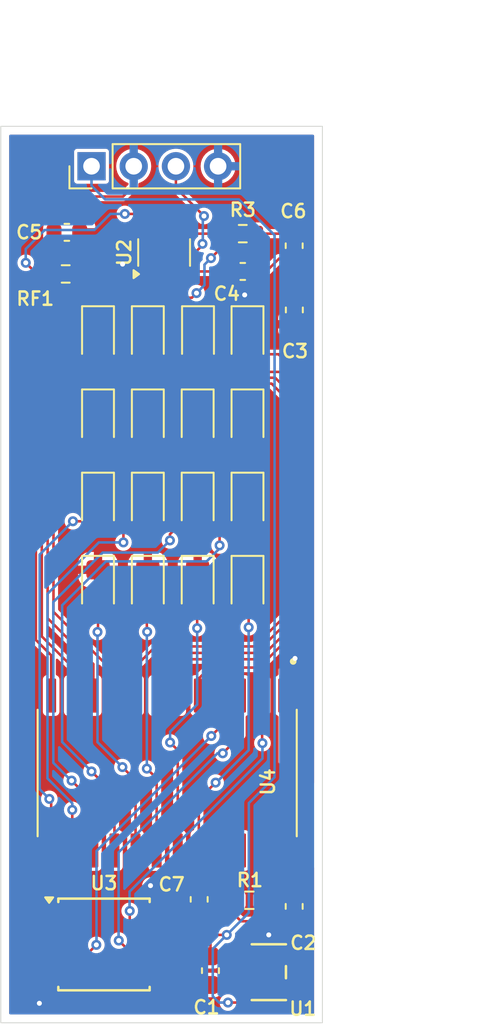
<source format=kicad_pcb>
(kicad_pcb (version 20240108) (generator "pcbnew") (generator_version "8.0")
  (layers (0 "F.Cu" signal) (31 "B.Cu" signal) (34 "B.Paste" user) (35 "F.Paste" user) (36 "B.SilkS" user "B.Silkscreen") (37 "F.SilkS" user "F.Silkscreen") (38 "B.Mask" user) (39 "F.Mask" user) (44 "Edge.Cuts" user))
  (net 0 "")
  (net 1 "L1")
  (net 2 "L2")
  (net 3 "L3")
  (net 4 "L4")
  (net 5 "L5")
  (net 6 "L6")
  (net 7 "L7")
  (net 8 "L8")
  (net 9 "L9")
  (net 10 "L10")
  (net 11 "L11")
  (net 12 "L12")
  (net 13 "L13")
  (net 14 "L14")
  (net 15 "L15")
  (net 16 "L16")
  (net 17 "VCC")
  (net 18 "DATA")
  (net 19 "CLK")
  (net 20 "VDD_3.3V")
  (net 23 "OE")
  (net 24 "LE")
  (net 25 "Net-(U4-R-EXT)")
  (net 27 "BPW34_1")
  (net 28 "BPW34_OUT")
  (net 29 "Net-(R3-Pad1)")
  (net 30 "GND")
  (footprint "Resistor_SMD:R_0603_1608Metric_Pad0.98x0.95mm_HandSolder" (layer "F.Cu") (at 209.1125 103.83)
    (property "Reference" "R1" (at 0.0275 -1.21 0) (layer "F.SilkS") (effects (font (size 0.8 0.8))))
    (property "Value" "R")
    (pad "1" smd roundrect (at -0.9125 0) (size 0.975 0.95) (layers "F.Cu" "F.Paste" "F.Mask") (net 30 "GND"))
    (pad "2" smd roundrect (at 0.9125 0) (size 0.975 0.95) (layers "F.Cu" "F.Paste" "F.Mask") (net 25 "Net-(U4-R-EXT)"))
  )
  (footprint "Capacitor_SMD:C_0603_1608Metric_Pad1.08x0.95mm_HandSolder" (layer "F.Cu") (at 211.81 104.1975 90)
    (property "Reference" "C2" (at -2.1925 0.55 180) (layer "F.SilkS") (effects (font (size 0.8 0.8))))
    (property "Value" "1uF")
    (pad "1" smd roundrect (at -0.8625 0 90) (size 1.075 0.95) (layers "F.Cu" "F.Paste" "F.Mask") (net 20 "VDD_3.3V"))
    (pad "2" smd roundrect (at 0.8625 0 90) (size 1.075 0.95) (layers "F.Cu" "F.Paste" "F.Mask") (net 30 "GND"))
  )
  (footprint "Connector_PinHeader_2.54mm:PinHeader_1x04_P2.54mm_Vertical" (layer "F.Cu") (at 199.61 59.73 90)
    (property "Reference" "J3" (hide yes))
    (property "Value" "Conn_01x04_Pin")
    (pad "1" thru_hole rect (at 0 0 90) (size 1.7 1.7) (drill 1) (layers "*.Cu" "*.Mask") (net 17 "VCC"))
    (pad "2" thru_hole oval (at 0 2.54 90) (size 1.7 1.7) (drill 1) (layers "*.Cu" "*.Mask") (net 30 "GND"))
    (pad "3" thru_hole oval (at 0 5.08 90) (size 1.7 1.7) (drill 1) (layers "*.Cu" "*.Mask") (net 27 "BPW34_1"))
    (pad "4" thru_hole oval (at 0 7.62 90) (size 1.7 1.7) (drill 1) (layers "*.Cu" "*.Mask") (net 30 "GND"))
  )
  (footprint "Package_TO_SOT_SMD:SOT-23-5" (layer "F.Cu") (at 203.98 64.9125 90)
    (property "Reference" "U2" (at 0 -2.4 -90) (layer "F.SilkS") (effects (font (size 0.8 0.8))))
    (property "Value" "LM321")
    (pad "1" smd roundrect (at -1.1375 -0.95 90) (size 1.325 0.6) (layers "F.Cu" "F.Paste" "F.Mask") (net 30 "GND"))
    (pad "2" smd roundrect (at -1.1375 0 90) (size 1.325 0.6) (layers "F.Cu" "F.Paste" "F.Mask") (net 30 "GND"))
    (pad "3" smd roundrect (at -1.1375 0.95 90) (size 1.325 0.6) (layers "F.Cu" "F.Paste" "F.Mask") (net 27 "BPW34_1"))
    (pad "4" smd roundrect (at 1.1375 0.95 90) (size 1.325 0.6) (layers "F.Cu" "F.Paste" "F.Mask") (net 29 "Net-(R3-Pad1)"))
    (pad "5" smd roundrect (at 1.1375 -0.95 90) (size 1.325 0.6) (layers "F.Cu" "F.Paste" "F.Mask") (net 20 "VDD_3.3V"))
  )
  (footprint "LED_SMD:LED_0805_2012Metric_Pad1.15x1.40mm_HandSolder" (layer "F.Cu") (at 209 75 -90)
    (property "Reference" "D5" (hide yes))
    (property "Value" "LED")
    (pad "1" smd roundrect (at -1.025 0 270) (size 1.15 1.4) (layers "F.Cu" "F.Paste" "F.Mask") (roundrect_rratio 0.217391) (net 20 "VDD_3.3V"))
    (pad "2" smd roundrect (at 1.025 0 270) (size 1.15 1.4) (layers "F.Cu" "F.Paste" "F.Mask") (roundrect_rratio 0.217391) (net 5 "L5"))
  )
  (footprint "Resistor_SMD:R_0603_1608Metric" (layer "F.Cu") (at 208.715 63.78)
    (property "Reference" "R3" (at 0 -1.43 0) (layer "F.SilkS") (effects (font (size 0.8 0.8))))
    (property "Value" "R")
    (pad "1" smd roundrect (at -0.825 0) (size 0.8 0.95) (layers "F.Cu" "F.Paste" "F.Mask") (net 29 "Net-(R3-Pad1)"))
    (pad "2" smd roundrect (at 0.825 0) (size 0.8 0.95) (layers "F.Cu" "F.Paste" "F.Mask") (net 28 "BPW34_OUT"))
  )
  (footprint "LED_SMD:LED_0805_2012Metric_Pad1.15x1.40mm_HandSolder" (layer "F.Cu") (at 203 85 -90)
    (property "Reference" "D14" (hide yes))
    (property "Value" "LED")
    (pad "1" smd roundrect (at -1.025 0 270) (size 1.15 1.4) (layers "F.Cu" "F.Paste" "F.Mask") (roundrect_rratio 0.217391) (net 20 "VDD_3.3V"))
    (pad "2" smd roundrect (at 1.025 0 270) (size 1.15 1.4) (layers "F.Cu" "F.Paste" "F.Mask") (roundrect_rratio 0.217391) (net 14 "L14"))
  )
  (footprint "LED_SMD:LED_0805_2012Metric_Pad1.15x1.40mm_HandSolder" (layer "F.Cu") (at 206 75 -90)
    (property "Reference" "D6" (hide yes))
    (property "Value" "LED")
    (pad "1" smd roundrect (at -1.025 0 270) (size 1.15 1.4) (layers "F.Cu" "F.Paste" "F.Mask") (roundrect_rratio 0.217391) (net 20 "VDD_3.3V"))
    (pad "2" smd roundrect (at 1.025 0 270) (size 1.15 1.4) (layers "F.Cu" "F.Paste" "F.Mask") (roundrect_rratio 0.217391) (net 6 "L6"))
  )
  (footprint "LED_SMD:LED_0805_2012Metric_Pad1.15x1.40mm_HandSolder" (layer "F.Cu") (at 200 75 -90)
    (property "Reference" "D8" (hide yes))
    (property "Value" "LED")
    (pad "1" smd roundrect (at -1.025 0 270) (size 1.15 1.4) (layers "F.Cu" "F.Paste" "F.Mask") (roundrect_rratio 0.217391) (net 20 "VDD_3.3V"))
    (pad "2" smd roundrect (at 1.025 0 270) (size 1.15 1.4) (layers "F.Cu" "F.Paste" "F.Mask") (roundrect_rratio 0.217391) (net 8 "L8"))
  )
  (footprint "LED_SMD:LED_0805_2012Metric_Pad1.15x1.40mm_HandSolder" (layer "F.Cu") (at 203 70 -90)
    (property "Reference" "D3" (hide yes))
    (property "Value" "LED")
    (pad "1" smd roundrect (at -1.025 0 270) (size 1.15 1.4) (layers "F.Cu" "F.Paste" "F.Mask") (roundrect_rratio 0.217391) (net 20 "VDD_3.3V"))
    (pad "2" smd roundrect (at 1.025 0 270) (size 1.15 1.4) (layers "F.Cu" "F.Paste" "F.Mask") (roundrect_rratio 0.217391) (net 3 "L3"))
  )
  (footprint "Capacitor_SMD:C_0603_1608Metric" (layer "F.Cu") (at 208.715 66.05 180)
    (property "Reference" "C4" (at 0.965 -1.34 180) (layer "F.SilkS") (effects (font (size 0.8 0.8))))
    (property "Value" "0.1uF")
    (pad "1" smd roundrect (at -0.775 0 180) (size 0.9 0.95) (layers "F.Cu" "F.Paste" "F.Mask") (net 30 "GND"))
    (pad "2" smd roundrect (at 0.775 0 180) (size 0.9 0.95) (layers "F.Cu" "F.Paste" "F.Mask") (net 27 "BPW34_1"))
  )
  (footprint "LED_SMD:LED_0805_2012Metric_Pad1.15x1.40mm_HandSolder" (layer "F.Cu") (at 206.02 70 -90)
    (property "Reference" "D2" (hide yes))
    (property "Value" "LED")
    (pad "1" smd roundrect (at -1.025 0 270) (size 1.15 1.4) (layers "F.Cu" "F.Paste" "F.Mask") (roundrect_rratio 0.217391) (net 20 "VDD_3.3V"))
    (pad "2" smd roundrect (at 1.025 0 270) (size 1.15 1.4) (layers "F.Cu" "F.Paste" "F.Mask") (roundrect_rratio 0.217391) (net 2 "L2"))
  )
  (footprint "MIC5504:SOT-23-5_MC_MCH" (layer "F.Cu") (at 210.2854 108.150001)
    (property "Reference" "U1" (at 2.0446 2.199999 0) (layer "F.SilkS") (effects (font (size 0.8 0.8))))
    (property "Value" "MIC5504")
    (pad "1" smd rect (at -1.2954 -0.950001) (size 1.3208 0.508) (layers "F.Cu" "F.Paste" "F.Mask") (net 17 "VCC"))
    (pad "2" smd rect (at -1.2954 0) (size 1.3208 0.508) (layers "F.Cu" "F.Paste" "F.Mask") (net 30 "GND"))
    (pad "3" smd rect (at -1.2954 0.950001) (size 1.3208 0.508) (layers "F.Cu" "F.Paste" "F.Mask") (net 17 "VCC"))
    (pad "4" smd rect (at 1.2954 0.950001) (size 1.3208 0.508) (layers "F.Cu" "F.Paste" "F.Mask"))
    (pad "5" smd rect (at 1.2954 -0.950001) (size 1.3208 0.508) (layers "F.Cu" "F.Paste" "F.Mask") (net 20 "VDD_3.3V"))
  )
  (footprint "Capacitor_SMD:C_0603_1608Metric_Pad1.08x0.95mm_HandSolder" (layer "F.Cu") (at 206.77 108.0575 -90)
    (property "Reference" "C1" (at 2.2025 0.24 0) (layer "F.SilkS") (effects (font (size 0.8 0.8))))
    (property "Value" "1uF")
    (pad "1" smd roundrect (at -0.8625 0 270) (size 1.075 0.95) (layers "F.Cu" "F.Paste" "F.Mask") (net 17 "VCC"))
    (pad "2" smd roundrect (at 0.8625 0 270) (size 1.075 0.95) (layers "F.Cu" "F.Paste" "F.Mask") (net 30 "GND"))
  )
  (footprint "LED_SMD:LED_0805_2012Metric_Pad1.15x1.40mm_HandSolder" (layer "F.Cu") (at 206 80 -90)
    (property "Reference" "D11" (hide yes))
    (property "Value" "LED")
    (pad "1" smd roundrect (at -1.025 0 270) (size 1.15 1.4) (layers "F.Cu" "F.Paste" "F.Mask") (roundrect_rratio 0.217391) (net 20 "VDD_3.3V"))
    (pad "2" smd roundrect (at 1.025 0 270) (size 1.15 1.4) (layers "F.Cu" "F.Paste" "F.Mask") (roundrect_rratio 0.217391) (net 11 "L11"))
  )
  (footprint "STP16CP05MTR:SOIC127P1032X265-24N" (layer "F.Cu") (at 204.165 96.185 -90)
    (property "Reference" "U4" (at 0.535 -6.065 90) (layer "F.SilkS") (effects (font (size 0.8 0.8))))
    (property "Value" "STP16CP05MTR")
    (pad "1" smd roundrect (at -4.655 -6.985 270) (size 2.05 0.6) (layers "F.Cu" "F.Paste" "F.Mask") (roundrect_rratio 0.125) (net 30 "GND"))
    (pad "2" smd roundrect (at -4.655 -5.715 270) (size 2.05 0.6) (layers "F.Cu" "F.Paste" "F.Mask") (roundrect_rratio 0.125) (net 18 "DATA"))
    (pad "3" smd roundrect (at -4.655 -4.445 270) (size 2.05 0.6) (layers "F.Cu" "F.Paste" "F.Mask") (roundrect_rratio 0.125) (net 19 "CLK"))
    (pad "4" smd roundrect (at -4.655 -3.175 270) (size 2.05 0.6) (layers "F.Cu" "F.Paste" "F.Mask") (roundrect_rratio 0.125) (net 24 "LE"))
    (pad "5" smd roundrect (at -4.655 -1.905 270) (size 2.05 0.6) (layers "F.Cu" "F.Paste" "F.Mask") (roundrect_rratio 0.125) (net 1 "L1"))
    (pad "6" smd roundrect (at -4.655 -0.635 270) (size 2.05 0.6) (layers "F.Cu" "F.Paste" "F.Mask") (roundrect_rratio 0.125) (net 2 "L2"))
    (pad "7" smd roundrect (at -4.655 0.635 270) (size 2.05 0.6) (layers "F.Cu" "F.Paste" "F.Mask") (roundrect_rratio 0.125) (net 3 "L3"))
    (pad "8" smd roundrect (at -4.655 1.905 270) (size 2.05 0.6) (layers "F.Cu" "F.Paste" "F.Mask") (roundrect_rratio 0.125) (net 4 "L4"))
    (pad "9" smd roundrect (at -4.655 3.175 270) (size 2.05 0.6) (layers "F.Cu" "F.Paste" "F.Mask") (roundrect_rratio 0.125) (net 5 "L5"))
    (pad "10" smd roundrect (at -4.655 4.445 270) (size 2.05 0.6) (layers "F.Cu" "F.Paste" "F.Mask") (roundrect_rratio 0.125) (net 6 "L6"))
    (pad "11" smd roundrect (at -4.655 5.715 270) (size 2.05 0.6) (layers "F.Cu" "F.Paste" "F.Mask") (roundrect_rratio 0.125) (net 7 "L7"))
    (pad "12" smd roundrect (at -4.655 6.985 270) (size 2.05 0.6) (layers "F.Cu" "F.Paste" "F.Mask") (roundrect_rratio 0.125) (net 8 "L8"))
    (pad "13" smd roundrect (at 4.655 6.985 270) (size 2.05 0.6) (layers "F.Cu" "F.Paste" "F.Mask") (roundrect_rratio 0.125) (net 9 "L9"))
    (pad "14" smd roundrect (at 4.655 5.715 270) (size 2.05 0.6) (layers "F.Cu" "F.Paste" "F.Mask") (roundrect_rratio 0.125) (net 10 "L10"))
    (pad "15" smd roundrect (at 4.655 4.445 270) (size 2.05 0.6) (layers "F.Cu" "F.Paste" "F.Mask") (roundrect_rratio 0.125) (net 11 "L11"))
    (pad "16" smd roundrect (at 4.655 3.175 270) (size 2.05 0.6) (layers "F.Cu" "F.Paste" "F.Mask") (roundrect_rratio 0.125) (net 12 "L12"))
    (pad "17" smd roundrect (at 4.655 1.905 270) (size 2.05 0.6) (layers "F.Cu" "F.Paste" "F.Mask") (roundrect_rratio 0.125) (net 13 "L13"))
    (pad "18" smd roundrect (at 4.655 0.635 270) (size 2.05 0.6) (layers "F.Cu" "F.Paste" "F.Mask") (roundrect_rratio 0.125) (net 14 "L14"))
    (pad "19" smd roundrect (at 4.655 -0.635 270) (size 2.05 0.6) (layers "F.Cu" "F.Paste" "F.Mask") (roundrect_rratio 0.125) (net 15 "L15"))
    (pad "20" smd roundrect (at 4.655 -1.905 270) (size 2.05 0.6) (layers "F.Cu" "F.Paste" "F.Mask") (roundrect_rratio 0.125) (net 16 "L16"))
    (pad "21" smd roundrect (at 4.655 -3.175 270) (size 2.05 0.6) (layers "F.Cu" "F.Paste" "F.Mask") (roundrect_rratio 0.125) (net 23 "OE"))
    (pad "22" smd roundrect (at 4.655 -4.445 270) (size 2.05 0.6) (layers "F.Cu" "F.Paste" "F.Mask") (roundrect_rratio 0.125))
    (pad "23" smd roundrect (at 4.655 -5.715 270) (size 2.05 0.6) (layers "F.Cu" "F.Paste" "F.Mask") (roundrect_rratio 0.125) (net 25 "Net-(U4-R-EXT)"))
    (pad "24" smd roundrect (at 4.655 -6.985 270) (size 2.05 0.6) (layers "F.Cu" "F.Paste" "F.Mask") (roundrect_rratio 0.125) (net 20 "VDD_3.3V"))
  )
  (footprint "LED_SMD:LED_0805_2012Metric_Pad1.15x1.40mm_HandSolder" (layer "F.Cu") (at 200 85 -90)
    (property "Reference" "D13" (hide yes))
    (property "Value" "LED")
    (pad "1" smd roundrect (at -1.025 0 270) (size 1.15 1.4) (layers "F.Cu" "F.Paste" "F.Mask") (roundrect_rratio 0.217391) (net 20 "VDD_3.3V"))
    (pad "2" smd roundrect (at 1.025 0 270) (size 1.15 1.4) (layers "F.Cu" "F.Paste" "F.Mask") (roundrect_rratio 0.217391) (net 13 "L13"))
  )
  (footprint "LED_SMD:LED_0805_2012Metric_Pad1.15x1.40mm_HandSolder" (layer "F.Cu") (at 200 80 -90)
    (property "Reference" "D9" (hide yes))
    (property "Value" "LED")
    (pad "1" smd roundrect (at -1.025 0 270) (size 1.15 1.4) (layers "F.Cu" "F.Paste" "F.Mask") (roundrect_rratio 0.217391) (net 20 "VDD_3.3V"))
    (pad "2" smd roundrect (at 1.025 0 270) (size 1.15 1.4) (layers "F.Cu" "F.Paste" "F.Mask") (roundrect_rratio 0.217391) (net 9 "L9"))
  )
  (footprint "LED_SMD:LED_0805_2012Metric_Pad1.15x1.40mm_HandSolder" (layer "F.Cu") (at 209 85 -90)
    (property "Reference" "D16" (hide yes))
    (property "Value" "LED")
    (pad "1" smd roundrect (at -1.025 0 270) (size 1.15 1.4) (layers "F.Cu" "F.Paste" "F.Mask") (roundrect_rratio 0.217391) (net 20 "VDD_3.3V"))
    (pad "2" smd roundrect (at 1.025 0 270) (size 1.15 1.4) (layers "F.Cu" "F.Paste" "F.Mask") (roundrect_rratio 0.217391) (net 16 "L16"))
  )
  (footprint "Capacitor_SMD:C_0603_1608Metric" (layer "F.Cu") (at 206.09 103.775 90)
    (property "Reference" "C7" (at 0.895 -1.66 0) (layer "F.SilkS") (effects (font (size 0.8 0.8))))
    (property "Value" "1uF")
    (pad "1" smd roundrect (at -0.775 0 90) (size 0.9 0.95) (layers "F.Cu" "F.Paste" "F.Mask") (net 20 "VDD_3.3V"))
    (pad "2" smd roundrect (at 0.775 0 90) (size 0.9 0.95) (layers "F.Cu" "F.Paste" "F.Mask") (net 30 "GND"))
  )
  (footprint "LED_SMD:LED_0805_2012Metric_Pad1.15x1.40mm_HandSolder" (layer "F.Cu") (at 209 70 -90)
    (property "Reference" "D1" (hide yes))
    (property "Value" "LED")
    (pad "1" smd roundrect (at -1.025 0 270) (size 1.15 1.4) (layers "F.Cu" "F.Paste" "F.Mask") (roundrect_rratio 0.217391) (net 20 "VDD_3.3V"))
    (pad "2" smd roundrect (at 1.025 0 270) (size 1.15 1.4) (layers "F.Cu" "F.Paste" "F.Mask") (roundrect_rratio 0.217391) (net 1 "L1"))
  )
  (footprint "Capacitor_SMD:C_0603_1608Metric" (layer "F.Cu") (at 198.125 63.7 180)
    (property "Reference" "C5" (at 2.265 0 180) (layer "F.SilkS") (effects (font (size 0.8 0.8))))
    (property "Value" "1uF")
    (pad "1" smd roundrect (at -0.775 0 180) (size 0.9 0.95) (layers "F.Cu" "F.Paste" "F.Mask") (net 20 "VDD_3.3V"))
    (pad "2" smd roundrect (at 0.775 0 180) (size 0.9 0.95) (layers "F.Cu" "F.Paste" "F.Mask") (net 30 "GND"))
  )
  (footprint "LED_SMD:LED_0805_2012Metric_Pad1.15x1.40mm_HandSolder" (layer "F.Cu") (at 203 80 -90)
    (property "Reference" "D10" (hide yes))
    (property "Value" "LED")
    (pad "1" smd roundrect (at -1.025 0 270) (size 1.15 1.4) (layers "F.Cu" "F.Paste" "F.Mask") (roundrect_rratio 0.217391) (net 20 "VDD_3.3V"))
    (pad "2" smd roundrect (at 1.025 0 270) (size 1.15 1.4) (layers "F.Cu" "F.Paste" "F.Mask") (roundrect_rratio 0.217391) (net 10 "L10"))
  )
  (footprint "Resistor_SMD:R_0603_1608Metric" (layer "F.Cu") (at 198.055 66.2 180)
    (property "Reference" "RF1" (at 1.835 -1.49 180) (layer "F.SilkS") (effects (font (size 0.8 0.8))))
    (property "Value" "R")
    (pad "1" smd roundrect (at -0.825 0 180) (size 0.8 0.95) (layers "F.Cu" "F.Paste" "F.Mask") (net 27 "BPW34_1"))
    (pad "2" smd roundrect (at 0.825 0 180) (size 0.8 0.95) (layers "F.Cu" "F.Paste" "F.Mask") (net 29 "Net-(R3-Pad1)"))
  )
  (footprint "Capacitor_SMD:C_0603_1608Metric_Pad1.08x0.95mm_HandSolder" (layer "F.Cu") (at 211.82 68.3625 90)
    (property "Reference" "C3" (at -2.4775 0.04 0) (layer "F.SilkS") (effects (font (size 0.8 0.8))))
    (property "Value" "10uF")
    (pad "1" smd roundrect (at -0.8625 0 90) (size 1.075 0.95) (layers "F.Cu" "F.Paste" "F.Mask") (net 20 "VDD_3.3V"))
    (pad "2" smd roundrect (at 0.8625 0 90) (size 1.075 0.95) (layers "F.Cu" "F.Paste" "F.Mask") (net 30 "GND"))
  )
  (footprint "Package_SO:SOIC-8W_5.3x5.3mm_P1.27mm" (layer "F.Cu") (at 200.36 106.485)
    (property "Reference" "U3" (at 0 -3.68 0) (layer "F.SilkS") (effects (font (size 0.8 0.8))))
    (property "Value" "ATtiny85")
    (pad "1" smd rect (at -3.65 -1.905) (size 1.7 0.65) (layers "F.Cu" "F.Paste" "F.Mask"))
    (pad "2" smd rect (at -3.65 -0.635) (size 1.7 0.65) (layers "F.Cu" "F.Paste" "F.Mask") (net 28 "BPW34_OUT"))
    (pad "3" smd rect (at -3.65 0.635) (size 1.7 0.65) (layers "F.Cu" "F.Paste" "F.Mask") (net 24 "LE"))
    (pad "4" smd rect (at -3.65 1.905) (size 1.7 0.65) (layers "F.Cu" "F.Paste" "F.Mask") (net 30 "GND"))
    (pad "5" smd rect (at 3.65 1.905) (size 1.7 0.65) (layers "F.Cu" "F.Paste" "F.Mask") (net 23 "OE"))
    (pad "6" smd rect (at 3.65 0.635) (size 1.7 0.65) (layers "F.Cu" "F.Paste" "F.Mask") (net 19 "CLK"))
    (pad "7" smd rect (at 3.65 -0.635) (size 1.7 0.65) (layers "F.Cu" "F.Paste" "F.Mask") (net 18 "DATA"))
    (pad "8" smd rect (at 3.65 -1.905) (size 1.7 0.65) (layers "F.Cu" "F.Paste" "F.Mask") (net 20 "VDD_3.3V"))
  )
  (footprint "LED_SMD:LED_0805_2012Metric_Pad1.15x1.40mm_HandSolder" (layer "F.Cu") (at 206 85 -90)
    (property "Reference" "D15" (hide yes))
    (property "Value" "LED")
    (pad "1" smd roundrect (at -1.025 0 270) (size 1.15 1.4) (layers "F.Cu" "F.Paste" "F.Mask") (roundrect_rratio 0.217391) (net 20 "VDD_3.3V"))
    (pad "2" smd roundrect (at 1.025 0 270) (size 1.15 1.4) (layers "F.Cu" "F.Paste" "F.Mask") (roundrect_rratio 0.217391) (net 15 "L15"))
  )
  (footprint "LED_SMD:LED_0805_2012Metric_Pad1.15x1.40mm_HandSolder" (layer "F.Cu") (at 203 75 -90)
    (property "Reference" "D7" (hide yes))
    (property "Value" "LED")
    (pad "1" smd roundrect (at -1.025 0 270) (size 1.15 1.4) (layers "F.Cu" "F.Paste" "F.Mask") (roundrect_rratio 0.217391) (net 20 "VDD_3.3V"))
    (pad "2" smd roundrect (at 1.025 0 270) (size 1.15 1.4) (layers "F.Cu" "F.Paste" "F.Mask") (roundrect_rratio 0.217391) (net 7 "L7"))
  )
  (footprint "Capacitor_SMD:C_0603_1608Metric" (layer "F.Cu") (at 211.81 64.505 90)
    (property "Reference" "C6" (at 2.075 -0.05 0) (layer "F.SilkS") (effects (font (size 0.8 0.8))))
    (property "Value" "0.1uF")
    (pad "1" smd roundrect (at -0.775 0 90) (size 0.9 0.95) (layers "F.Cu" "F.Paste" "F.Mask") (net 30 "GND"))
    (pad "2" smd roundrect (at 0.775 0 90) (size 0.9 0.95) (layers "F.Cu" "F.Paste" "F.Mask") (net 28 "BPW34_OUT"))
  )
  (footprint "LED_SMD:LED_0805_2012Metric_Pad1.15x1.40mm_HandSolder" (layer "F.Cu") (at 200 70 -90)
    (property "Reference" "D4" (hide yes))
    (property "Value" "LED")
    (pad "1" smd roundrect (at -1.025 0 270) (size 1.15 1.4) (layers "F.Cu" "F.Paste" "F.Mask") (roundrect_rratio 0.217391) (net 20 "VDD_3.3V"))
    (pad "2" smd roundrect (at 1.025 0 270) (size 1.15 1.4) (layers "F.Cu" "F.Paste" "F.Mask") (roundrect_rratio 0.217391) (net 4 "L4"))
  )
  (footprint "LED_SMD:LED_0805_2012Metric_Pad1.15x1.40mm_HandSolder" (layer "F.Cu") (at 209 80 -90)
    (property "Reference" "D12" (hide yes))
    (property "Value" "LED")
    (pad "1" smd roundrect (at -1.025 0 270) (size 1.15 1.4) (layers "F.Cu" "F.Paste" "F.Mask") (roundrect_rratio 0.217391) (net 20 "VDD_3.3V"))
    (pad "2" smd roundrect (at 1.025 0 270) (size 1.15 1.4) (layers "F.Cu" "F.Paste" "F.Mask") (roundrect_rratio 0.217391) (net 12 "L12"))
  )
  (gr_rect (start 194.15 57.33) (end 213.51 111.19) (stroke (width 0.05)) (fill none) (layer "Edge.Cuts"))
  (segment (start 209.698368 89.85) (end 212.33 87.218368) (width 0.1524) (layer "F.Cu") (net 1))
  (segment (start 206.07 90.505001) (end 206.725001 89.85) (width 0.1524) (layer "F.Cu") (net 1))
  (segment (start 212.33 87.218368) (end 212.33 72.49) (width 0.1524) (layer "F.Cu") (net 1))
  (segment (start 206.725001 89.85) (end 209.698368 89.85) (width 0.1524) (layer "F.Cu") (net 1))
  (segment (start 210.865 71.025) (end 209 71.025) (width 0.1524) (layer "F.Cu") (net 1))
  (segment (start 206.07 91.53) (end 206.07 90.505001) (width 0.1524) (layer "F.Cu") (net 1))
  (segment (start 212.33 72.49) (end 210.865 71.025) (width 0.1524) (layer "F.Cu") (net 1))
  (segment (start 204.8 90.06) (end 205.51 89.35) (width 0.1524) (layer "F.Cu") (net 2))
  (segment (start 211.91 73.06) (end 210.9352 72.0852) (width 0.1524) (layer "F.Cu") (net 2))
  (segment (start 209.7 89.35) (end 211.91 87.14) (width 0.1524) (layer "F.Cu") (net 2))
  (segment (start 205.51 89.35) (end 209.7 89.35) (width 0.1524) (layer "F.Cu") (net 2))
  (segment (start 211.91 87.14) (end 211.91 73.06) (width 0.1524) (layer "F.Cu") (net 2))
  (segment (start 207.8152 72.0852) (end 206.755 71.025) (width 0.1524) (layer "F.Cu") (net 2))
  (segment (start 210.9352 72.0852) (end 207.8152 72.0852) (width 0.1524) (layer "F.Cu") (net 2))
  (segment (start 204.8 91.53) (end 204.8 90.06) (width 0.1524) (layer "F.Cu") (net 2))
  (segment (start 206.755 71.025) (end 206.02 71.025) (width 0.1524) (layer "F.Cu") (net 2))
  (segment (start 203.53 91.53) (end 203.53 89.94) (width 0.1524) (layer "F.Cu") (net 3))
  (segment (start 211.55 73.32) (end 210.6676 72.4376) (width 0.1524) (layer "F.Cu") (net 3))
  (segment (start 210.6676 72.4376) (end 205.2376 72.4376) (width 0.1524) (layer "F.Cu") (net 3))
  (segment (start 211.55 86.958368) (end 211.55 73.32) (width 0.1524) (layer "F.Cu") (net 3))
  (segment (start 203.53 89.94) (end 204.5 88.97) (width 0.1524) (layer "F.Cu") (net 3))
  (segment (start 203.825 71.025) (end 203 71.025) (width 0.1524) (layer "F.Cu") (net 3))
  (segment (start 209.538368 88.97) (end 211.55 86.958368) (width 0.1524) (layer "F.Cu") (net 3))
  (segment (start 205.2376 72.4376) (end 203.825 71.025) (width 0.1524) (layer "F.Cu") (net 3))
  (segment (start 204.5 88.97) (end 209.538368 88.97) (width 0.1524) (layer "F.Cu") (net 3))
  (segment (start 202.6 72.79) (end 210.45 72.79) (width 0.1524) (layer "F.Cu") (net 4))
  (segment (start 211.1976 73.5376) (end 211.1976 86.8124) (width 0.1524) (layer "F.Cu") (net 4))
  (segment (start 211.1976 86.8124) (end 210.23 87.78) (width 0.1524) (layer "F.Cu") (net 4))
  (segment (start 210.23 87.78) (end 210.2 87.78) (width 0.1524) (layer "F.Cu") (net 4))
  (segment (start 200 71.025) (end 200.835 71.025) (width 0.1524) (layer "F.Cu") (net 4))
  (segment (start 200.835 71.025) (end 202.6 72.79) (width 0.1524) (layer "F.Cu") (net 4))
  (segment (start 203.46 88.58) (end 202.26 89.78) (width 0.1524) (layer "F.Cu") (net 4))
  (segment (start 202.26 89.78) (end 202.26 91.53) (width 0.1524) (layer "F.Cu") (net 4))
  (segment (start 210.2 87.78) (end 209.4 88.58) (width 0.1524) (layer "F.Cu") (net 4))
  (segment (start 209.4 88.58) (end 203.46 88.58) (width 0.1524) (layer "F.Cu") (net 4))
  (segment (start 210.45 72.79) (end 211.1976 73.5376) (width 0.1524) (layer "F.Cu") (net 4))
  (segment (start 207.985 76.025) (end 206.19 77.82) (width 0.1524) (layer "F.Cu") (net 5))
  (segment (start 206.19 77.82) (end 198.76 77.82) (width 0.1524) (layer "F.Cu") (net 5))
  (segment (start 198.76 77.82) (end 197.32 79.26) (width 0.1524) (layer "F.Cu") (net 5))
  (segment (start 197.32 86.5) (end 200.99 90.17) (width 0.1524) (layer "F.Cu") (net 5))
  (segment (start 200.99 91.53) (end 200.99 90.505001) (width 0.1524) (layer "F.Cu") (net 5))
  (segment (start 197.32 79.26) (end 197.32 86.5) (width 0.1524) (layer "F.Cu") (net 5))
  (segment (start 209 76.025) (end 207.985 76.025) (width 0.1524) (layer "F.Cu") (net 5))
  (segment (start 200.99 90.17) (end 200.99 91.53) (width 0.1524) (layer "F.Cu") (net 5))
  (segment (start 199.72 91.53) (end 199.72 89.64) (width 0.1524) (layer "F.Cu") (net 6))
  (segment (start 196.9676 86.8876) (end 196.9676 79.0324) (width 0.1524) (layer "F.Cu") (net 6))
  (segment (start 206 76.25) (end 206 76.025) (width 0.1524) (layer "F.Cu") (net 6))
  (segment (start 205.225 76.025) (end 206 76.025) (width 0.1524) (layer "F.Cu") (net 6))
  (segment (start 199.72 89.64) (end 196.9676 86.8876) (width 0.1524) (layer "F.Cu") (net 6))
  (segment (start 196.9676 79.0324) (end 198.5324 77.4676) (width 0.1524) (layer "F.Cu") (net 6))
  (segment (start 198.5324 77.4676) (end 203.7824 77.4676) (width 0.1524) (layer "F.Cu") (net 6))
  (segment (start 203.7824 77.4676) (end 205.225 76.025) (width 0.1524) (layer "F.Cu") (net 6))
  (segment (start 198.45 89.81) (end 198.45 91.53) (width 0.1524) (layer "F.Cu") (net 7))
  (segment (start 200.9848 77.1152) (end 198.3148 77.1152) (width 0.1524) (layer "F.Cu") (net 7))
  (segment (start 196.6152 78.8148) (end 196.6152 87.9752) (width 0.1524) (layer "F.Cu") (net 7))
  (segment (start 196.6152 87.9752) (end 198.45 89.81) (width 0.1524) (layer "F.Cu") (net 7))
  (segment (start 202.075 76.025) (end 200.9848 77.1152) (width 0.1524) (layer "F.Cu") (net 7))
  (segment (start 203 76.025) (end 202.075 76.025) (width 0.1524) (layer "F.Cu") (net 7))
  (segment (start 198.3148 77.1152) (end 196.6152 78.8148) (width 0.1524) (layer "F.Cu") (net 7))
  (segment (start 196.2628 78.5172) (end 196.2628 88.1928) (width 0.1524) (layer "F.Cu") (net 8))
  (segment (start 198.755 76.025) (end 196.2628 78.5172) (width 0.1524) (layer "F.Cu") (net 8))
  (segment (start 197.18 89.11) (end 197.18 91.53) (width 0.1524) (layer "F.Cu") (net 8))
  (segment (start 196.2628 88.1928) (end 197.18 89.11) (width 0.1524) (layer "F.Cu") (net 8))
  (segment (start 200 76.025) (end 198.755 76.025) (width 0.1524) (layer "F.Cu") (net 8))
  (segment (start 197.18 97.85) (end 197.18 100.84) (width 0.1524) (layer "F.Cu") (net 9))
  (segment (start 197.07 97.74) (end 197.18 97.85) (width 0.1524) (layer "F.Cu") (net 9))
  (segment (start 198.49 81.06) (end 199.965 81.06) (width 0.1524) (layer "F.Cu") (net 9))
  (segment (start 199.965 81.06) (end 200 81.025) (width 0.1524) (layer "F.Cu") (net 9))
  (via (at 197.07 97.74) (size 0.6) (drill 0.3) (layers "F.Cu" "B.Cu") (net 9))
  (via (at 198.49 81.06) (size 0.6) (drill 0.3) (layers "F.Cu" "B.Cu") (net 9))
  (segment (start 197.07 97.74) (end 196.4876 97.1576) (width 0.1524) (layer "B.Cu") (net 9))
  (segment (start 196.4876 83.0624) (end 198.49 81.06) (width 0.1524) (layer "B.Cu") (net 9))
  (segment (start 196.4876 97.1576) (end 196.4876 83.0624) (width 0.1524) (layer "B.Cu") (net 9))
  (segment (start 201.53 82.33) (end 201.53 81.58) (width 0.1524) (layer "F.Cu") (net 10))
  (segment (start 198.45 98.4) (end 198.45 100.84) (width 0.1524) (layer "F.Cu") (net 10))
  (segment (start 202.085 81.025) (end 203 81.025) (width 0.1524) (layer "F.Cu") (net 10))
  (segment (start 198.45 100.84) (end 198.45 99.85) (width 0.1524) (layer "F.Cu") (net 10))
  (segment (start 201.53 81.58) (end 202.085 81.025) (width 0.1524) (layer "F.Cu") (net 10))
  (via (at 198.45 98.4) (size 0.6) (drill 0.3) (layers "F.Cu" "B.Cu") (net 10))
  (via (at 201.53 82.33) (size 0.6) (drill 0.3) (layers "F.Cu" "B.Cu") (net 10))
  (segment (start 196.9576 85.4224) (end 200.05 82.33) (width 0.1524) (layer "B.Cu") (net 10))
  (segment (start 196.9576 96.5076) (end 196.9576 85.4224) (width 0.1524) (layer "B.Cu") (net 10))
  (segment (start 200.05 82.33) (end 201.53 82.33) (width 0.1524) (layer "B.Cu") (net 10))
  (segment (start 198.45 98) (end 196.9576 96.5076) (width 0.1524) (layer "B.Cu") (net 10))
  (segment (start 198.45 98.4) (end 198.45 98) (width 0.1524) (layer "B.Cu") (net 10))
  (segment (start 205.145 81.025) (end 206 81.025) (width 0.1524) (layer "F.Cu") (net 11))
  (segment (start 204.33 82.21) (end 204.33 81.84) (width 0.1524) (layer "F.Cu") (net 11))
  (segment (start 199.72 97.95) (end 199.72 100.84) (width 0.1524) (layer "F.Cu") (net 11))
  (segment (start 204.33 81.84) (end 205.145 81.025) (width 0.1524) (layer "F.Cu") (net 11))
  (segment (start 198.41 96.64) (end 199.72 97.95) (width 0.1524) (layer "F.Cu") (net 11))
  (via (at 204.33 82.21) (size 0.6) (drill 0.3) (layers "F.Cu" "B.Cu") (net 11))
  (via (at 198.41 96.64) (size 0.6) (drill 0.3) (layers "F.Cu" "B.Cu") (net 11))
  (segment (start 197.31 85.91) (end 197.31 95.57) (width 0.1524) (layer "B.Cu") (net 11))
  (segment (start 204.33 82.21) (end 203.6 82.94) (width 0.1524) (layer "B.Cu") (net 11))
  (segment (start 203.6 82.94) (end 200.28 82.94) (width 0.1524) (layer "B.Cu") (net 11))
  (segment (start 198.38 96.64) (end 198.41 96.64) (width 0.1524) (layer "B.Cu") (net 11))
  (segment (start 200.28 82.94) (end 197.31 85.91) (width 0.1524) (layer "B.Cu") (net 11))
  (segment (start 197.31 95.57) (end 198.38 96.64) (width 0.1524) (layer "B.Cu") (net 11))
  (segment (start 207.32 82.51) (end 207.32 81.77) (width 0.1524) (layer "F.Cu") (net 12))
  (segment (start 200.99 100.84) (end 200.99 97.47) (width 0.1524) (layer "F.Cu") (net 12))
  (segment (start 208.065 81.025) (end 209 81.025) (width 0.1524) (layer "F.Cu") (net 12))
  (segment (start 200.99 97.47) (end 199.61 96.09) (width 0.1524) (layer "F.Cu") (net 12))
  (segment (start 207.32 81.77) (end 208.065 81.025) (width 0.1524) (layer "F.Cu") (net 12))
  (via (at 207.32 82.51) (size 0.6) (drill 0.3) (layers "F.Cu" "B.Cu") (net 12))
  (via (at 199.61 96.09) (size 0.6) (drill 0.3) (layers "F.Cu" "B.Cu") (net 12))
  (segment (start 207.32 82.69) (end 206.54 83.47) (width 0.1524) (layer "B.Cu") (net 12))
  (segment (start 197.84 86.11) (end 197.84 94.32) (width 0.1524) (layer "B.Cu") (net 12))
  (segment (start 200.48 83.47) (end 197.84 86.11) (width 0.1524) (layer "B.Cu") (net 12))
  (segment (start 207.32 82.51) (end 207.32 82.69) (width 0.1524) (layer "B.Cu") (net 12))
  (segment (start 197.84 94.32) (end 199.61 96.09) (width 0.1524) (layer "B.Cu") (net 12))
  (segment (start 206.54 83.47) (end 200.48 83.47) (width 0.1524) (layer "B.Cu") (net 12))
  (segment (start 199.97 87.71) (end 200 87.68) (width 0.1524) (layer "F.Cu") (net 13))
  (segment (start 202.26 96.62) (end 202.26 100.84) (width 0.1524) (layer "F.Cu") (net 13))
  (segment (start 201.47 95.83) (end 202.26 96.62) (width 0.1524) (layer "F.Cu") (net 13))
  (segment (start 200 87.68) (end 200 86.025) (width 0.1524) (layer "F.Cu") (net 13))
  (via (at 199.97 87.71) (size 0.6) (drill 0.3) (layers "F.Cu" "B.Cu") (net 13))
  (via (at 201.47 95.83) (size 0.6) (drill 0.3) (layers "F.Cu" "B.Cu") (net 13))
  (segment (start 201.47 95.83) (end 199.97 94.33) (width 0.1524) (layer "B.Cu") (net 13))
  (segment (start 199.97 94.33) (end 199.97 87.71) (width 0.1524) (layer "B.Cu") (net 13))
  (segment (start 202.96 87.7) (end 202.94 87.68) (width 0.1524) (layer "F.Cu") (net 14))
  (segment (start 202.94 86.085) (end 203 86.025) (width 0.1524) (layer "F.Cu") (net 14))
  (segment (start 202.94 95.92) (end 203.53 96.51) (width 0.1524) (layer "F.Cu") (net 14))
  (segment (start 203.53 96.51) (end 203.53 100.84) (width 0.1524) (layer "F.Cu") (net 14))
  (segment (start 202.94 87.68) (end 202.94 86.085) (width 0.1524) (layer "F.Cu") (net 14))
  (via (at 202.94 95.92) (size 0.6) (drill 0.3) (layers "F.Cu" "B.Cu") (net 14))
  (via (at 202.96 87.7) (size 0.6) (drill 0.3) (layers "F.Cu" "B.Cu") (net 14))
  (segment (start 202.94 95.92) (end 202.94 87.72) (width 0.1524) (layer "B.Cu") (net 14))
  (segment (start 202.94 87.72) (end 202.96 87.7) (width 0.1524) (layer "B.Cu") (net 14))
  (segment (start 205.97 87.4838) (end 205.97 86.055) (width 0.1524) (layer "F.Cu") (net 15))
  (segment (start 204.34 94.35) (end 204.8 94.81) (width 0.1524) (layer "F.Cu") (net 15))
  (segment (start 205.97 86.055) (end 206 86.025) (width 0.1524) (layer "F.Cu") (net 15))
  (segment (start 204.8 94.81) (end 204.8 100.84) (width 0.1524) (layer "F.Cu") (net 15))
  (via (at 205.97 87.4838) (size 0.6) (drill 0.3) (layers "F.Cu" "B.Cu") (net 15))
  (via (at 204.34 94.35) (size 0.6) (drill 0.3) (layers "F.Cu" "B.Cu") (net 15))
  (segment (start 204.34 93.7) (end 205.97 92.07) (width 0.1524) (layer "B.Cu") (net 15))
  (segment (start 205.97 92.07) (end 205.97 87.4838) (width 0.1524) (layer "B.Cu") (net 15))
  (segment (start 204.34 94.35) (end 204.34 93.7) (width 0.1524) (layer "B.Cu") (net 15))
  (segment (start 209.07 86.095) (end 209 86.025) (width 0.1524) (layer "F.Cu") (net 16))
  (segment (start 206.07 97.77) (end 206.07 100.84) (width 0.1524) (layer "F.Cu") (net 16))
  (segment (start 207.08 96.76) (end 206.07 97.77) (width 0.1524) (layer "F.Cu") (net 16))
  (segment (start 209.07 87.43) (end 209.07 86.095) (width 0.1524) (layer "F.Cu") (net 16))
  (via (at 207.08 96.76) (size 0.6) (drill 0.3) (layers "F.Cu" "B.Cu") (net 16))
  (via (at 209.07 87.43) (size 0.6) (drill 0.3) (layers "F.Cu" "B.Cu") (net 16))
  (segment (start 209.07 94.81) (end 209.07 87.43) (width 0.1524) (layer "B.Cu") (net 16))
  (segment (start 207.08 96.76) (end 207.12 96.76) (width 0.1524) (layer "B.Cu") (net 16))
  (segment (start 207.12 96.76) (end 209.07 94.81) (width 0.1524) (layer "B.Cu") (net 16))
  (segment (start 208.97 107.22) (end 206.97 107.22) (width 0.1524) (layer "F.Cu") (net 17))
  (segment (start 207.09 105.91) (end 206.77 106.23) (width 0.1524) (layer "F.Cu") (net 17))
  (segment (start 209.01 109.120002) (end 208.99 109.100002) (width 0.1524) (layer "F.Cu") (net 17))
  (segment (start 208.505 109.975) (end 208.99 109.49) (width 0.1524) (layer "F.Cu") (net 17))
  (segment (start 207.75 105.91) (end 207.09 105.91) (width 0.1524) (layer "F.Cu") (net 17))
  (segment (start 208.99 107.2) (end 208.97 107.22) (width 0.1524) (layer "F.Cu") (net 17))
  (segment (start 207.825 109.975) (end 208.505 109.975) (width 0.1524) (layer "F.Cu") (net 17))
  (segment (start 206.77 107.286402) (end 206.77 107.02) (width 0.1524) (layer "F.Cu") (net 17))
  (segment (start 206.77 106.23) (end 206.77 107.02) (width 0.1524) (layer "F.Cu") (net 17))
  (segment (start 208.99 109.49) (end 208.99 109.100002) (width 0.1524) (layer "F.Cu") (net 17))
  (segment (start 206.97 107.22) (end 206.77 107.02) (width 0.1524) (layer "F.Cu") (net 17))
  (segment (start 208.99 109.100002) (end 208.5836 109.100002) (width 0.1524) (layer "F.Cu") (net 17))
  (via (at 207.825 109.975) (size 0.6) (drill 0.3) (layers "F.Cu" "B.Cu") (net 17))
  (via (at 207.75 105.91) (size 0.6) (drill 0.3) (layers "F.Cu" "B.Cu") (net 17))
  (segment (start 209.08 104.58) (end 209.08 97.99) (width 0.1524) (layer "B.Cu") (net 17))
  (segment (start 208.48 61.72) (end 200.43 61.72) (width 0.1524) (layer "B.Cu") (net 17))
  (segment (start 199.61 60.9) (end 199.61 59.73) (width 0.1524) (layer "B.Cu") (net 17))
  (segment (start 200.43 61.72) (end 199.61 60.9) (width 0.1524) (layer "B.Cu") (net 17))
  (segment (start 207.825 109.975) (end 207.285 109.975) (width 0.1524) (layer "B.Cu") (net 17))
  (segment (start 206.91 106.75) (end 207.75 105.91) (width 0.1524) (layer "B.Cu") (net 17))
  (segment (start 207.75 105.91) (end 209.08 104.58) (width 0.1524) (layer "B.Cu") (net 17))
  (segment (start 210.63 96.44) (end 210.63 63.87) (width 0.1524) (layer "B.Cu") (net 17))
  (segment (start 209.08 97.99) (end 210.63 96.44) (width 0.1524) (layer "B.Cu") (net 17))
  (segment (start 210.63 63.87) (end 208.48 61.72) (width 0.1524) (layer "B.Cu") (net 17))
  (segment (start 207.285 109.975) (end 206.91 109.6) (width 0.1524) (layer "B.Cu") (net 17))
  (segment (start 206.91 109.6) (end 206.91 106.75) (width 0.1524) (layer "B.Cu") (net 17))
  (segment (start 201.91 104.47) (end 201.91 105.08) (width 0.1524) (layer "F.Cu") (net 18))
  (segment (start 202.69 105.86) (end 204.53 105.86) (width 0.1524) (layer "F.Cu") (net 18))
  (segment (start 201.91 105.08) (end 202.69 105.86) (width 0.1524) (layer "F.Cu") (net 18))
  (segment (start 209.9 94.39) (end 209.88 94.37) (width 0.1524) (layer "F.Cu") (net 18))
  (segment (start 204.53 105.86) (end 204.62 105.77) (width 0.1524) (layer "F.Cu") (net 18))
  (segment (start 209.88 94.37) (end 209.88 91.53) (width 0.1524) (layer "F.Cu") (net 18))
  (via (at 209.9 94.39) (size 0.6) (drill 0.3) (layers "F.Cu" "B.Cu") (net 18))
  (via (at 201.91 104.47) (size 0.6) (drill 0.3) (layers "F.Cu" "B.Cu") (net 18))
  (segment (start 201.9 104.46) (end 201.9 103.31) (width 0.1524) (layer "B.Cu") (net 18))
  (segment (start 201.9 103.31) (end 209.9 95.31) (width 0.1524) (layer "B.Cu") (net 18))
  (segment (start 201.91 104.47) (end 201.9 104.46) (width 0.1524) (layer "B.Cu") (net 18))
  (segment (start 209.9 95.31) (end 209.9 94.39) (width 0.1524) (layer "B.Cu") (net 18))
  (segment (start 202.04 107.04) (end 204.62 107.04) (width 0.1524) (layer "F.Cu") (net 19))
  (segment (start 207.51 95) (end 208.61 93.9) (width 0.1524) (layer "F.Cu") (net 19))
  (segment (start 201.25 106.25) (end 202.04 107.04) (width 0.1524) (layer "F.Cu") (net 19))
  (segment (start 208.61 93.9) (end 208.61 91.53) (width 0.1524) (layer "F.Cu") (net 19))
  (via (at 201.25 106.25) (size 0.6) (drill 0.3) (layers "F.Cu" "B.Cu") (net 19))
  (via (at 207.51 95) (size 0.6) (drill 0.3) (layers "F.Cu" "B.Cu") (net 19))
  (segment (start 201.24 106.24) (end 201.25 106.25) (width 0.1524) (layer "B.Cu") (net 19))
  (segment (start 207.51 95) (end 207.19 95) (width 0.1524) (layer "B.Cu") (net 19))
  (segment (start 201.24 100.95) (end 201.24 106.24) (width 0.1524) (layer "B.Cu") (net 19))
  (segment (start 207.19 95) (end 201.24 100.95) (width 0.1524) (layer "B.Cu") (net 19))
  (segment (start 206.09 104.55) (end 204.04 104.55) (width 0.1524) (layer "F.Cu") (net 20))
  (segment (start 210.555 69.225) (end 210.305 68.975) (width 0.1524) (layer "F.Cu") (net 20))
  (segment (start 211.5808 107.2) (end 211.5808 106.2492) (width 0.1524) (layer "F.Cu") (net 20))
  (segment (start 210.305 68.975) (end 209 68.975) (width 0.1524) (layer "F.Cu") (net 20))
  (segment (start 200 69) (end 208.975 69) (width 0.1524) (layer "F.Cu") (net 20))
  (segment (start 204.04 104.55) (end 204.01 104.58) (width 0.1524) (layer "F.Cu") (net 20))
  (segment (start 200 78.975) (end 209 78.975) (width 0.1524) (layer "F.Cu") (net 20))
  (segment (start 198.975 63.775) (end 198.9 63.7) (width 0.1524) (layer "F.Cu") (net 20))
  (segment (start 200 73.975) (end 209 73.975) (width 0.1524) (layer "F.Cu") (net 20))
  (segment (start 208.975 69) (end 209 68.975) (width 0.1524) (layer "F.Cu") (net 20))
  (segment (start 211.81 106.02) (end 211.81 105.235) (width 0.1524) (layer "F.Cu") (net 20))
  (segment (start 201.595 63.775) (end 203.03 63.775) (width 0.1524) (layer "F.Cu") (net 20))
  (segment (start 211.82 69.225) (end 210.555 69.225) (width 0.1524) (layer "F.Cu") (net 20))
  (segment (start 211.5808 106.2492) (end 211.81 106.02) (width 0.1524) (layer "F.Cu") (net 20))
  (segment (start 203.03 63.775) (end 198.975 63.775) (width 0.1524) (layer "F.Cu") (net 20))
  (segment (start 200 83.975) (end 209 83.975) (width 0.1524) (layer "F.Cu") (net 20))
  (segment (start 199.325 73.975) (end 200 73.975) (width 0.1524) (layer "F.Cu") (net 20))
  (segment (start 205.45 106.65) (end 206.17 105.93) (width 0.1524) (layer "F.Cu") (net 23))
  (segment (start 206.17 105.93) (end 206.571631 105.93) (width 0.1524) (layer "F.Cu") (net 23))
  (segment (start 207.34 105.161632) (end 207.34 100.84) (width 0.1524) (layer "F.Cu") (net 23))
  (segment (start 206.571631 105.93) (end 207.34 105.161632) (width 0.1524) (layer "F.Cu") (net 23))
  (segment (start 205.45 108.18) (end 205.45 106.65) (width 0.1524) (layer "F.Cu") (net 23))
  (segment (start 205.24 108.39) (end 205.45 108.18) (width 0.1524) (layer "F.Cu") (net 23))
  (segment (start 204.01 108.39) (end 205.24 108.39) (width 0.1524) (layer "F.Cu") (net 23))
  (segment (start 199.9 106.51) (end 199.29 107.12) (width 0.1524) (layer "F.Cu") (net 24))
  (segment (start 197.32 107.04) (end 197.4 107.12) (width 0.1524) (layer "F.Cu") (net 24))
  (segment (start 207.34 93.44) (end 207.34 91.53) (width 0.1524) (layer "F.Cu") (net 24))
  (segment (start 206.82 93.96) (end 207.34 93.44) (width 0.1524) (layer "F.Cu") (net 24))
  (segment (start 199.29 107.12) (end 196.71 107.12) (width 0.1524) (layer "F.Cu") (net 24))
  (via (at 199.9 106.51) (size 0.6) (drill 0.3) (layers "F.Cu" "B.Cu") (net 24))
  (via (at 206.82 93.96) (size 0.6) (drill 0.3) (layers "F.Cu" "B.Cu") (net 24))
  (segment (start 199.91 106.5) (end 199.9 106.51) (width 0.1524) (layer "B.Cu") (net 24))
  (segment (start 206.82 93.96) (end 199.91 100.87) (width 0.1524) (layer "B.Cu") (net 24))
  (segment (start 199.91 100.87) (end 199.91 106.5) (width 0.1524) (layer "B.Cu") (net 24))
  (segment (start 209.88 102.43) (end 209.88 100.84) (width 0.1524) (layer "F.Cu") (net 25))
  (segment (start 210.025 102.575) (end 209.88 102.43) (width 0.1524) (layer "F.Cu") (net 25))
  (segment (start 210.025 103.83) (end 210.025 102.575) (width 0.1524) (layer "F.Cu") (net 25))
  (segment (start 209.87 100.85) (end 209.88 100.84) (width 0.1524) (layer "F.Cu") (net 25))
  (segment (start 204.69 59.73) (end 204.69 61.03) (width 0.1524) (layer "F.Cu") (net 27))
  (segment (start 201.2676 67.2776) (end 204.6224 67.2776) (width 0.1524) (layer "F.Cu") (net 27))
  (segment (start 198.88 66.2) (end 200.19 66.2) (width 0.1524) (layer "F.Cu") (net 27))
  (segment (start 206.29 64.39) (end 206.29 64.47) (width 0.1524) (layer "F.Cu") (net 27))
  (segment (start 200.19 66.2) (end 201.2676 67.2776) (width 0.1524) (layer "F.Cu") (net 27))
  (segment (start 206.29 64.47) (end 205.76 65) (width 0.1524) (layer "F.Cu") (net 27))
  (segment (start 204.93 65.3) (end 204.93 66.05) (width 0.1524) (layer "F.Cu") (net 27))
  (segment (start 204.6224 67.2776) (end 204.93 66.97) (width 0.1524) (layer "F.Cu") (net 27))
  (segment (start 205.76 65) (end 205.23 65) (width 0.1524) (layer "F.Cu") (net 27))
  (segment (start 205.23 65) (end 204.93 65.3) (width 0.1524) (layer "F.Cu") (net 27))
  (segment (start 207.94 66.05) (end 204.93 66.05) (width 0.1524) (layer "F.Cu") (net 27))
  (segment (start 204.93 66.97) (end 204.93 66.05) (width 0.1524) (layer "F.Cu") (net 27))
  (segment (start 204.69 61.03) (end 206.38 62.72) (width 0.1524) (layer "F.Cu") (net 27))
  (via (at 206.29 64.39) (size 0.6) (drill 0.3) (layers "F.Cu" "B.Cu") (net 27))
  (via (at 206.38 62.72) (size 0.6) (drill 0.3) (layers "F.Cu" "B.Cu") (net 27))
  (segment (start 206.31 62.79) (end 206.38 62.72) (width 0.1524) (layer "B.Cu") (net 27))
  (segment (start 206.31 64.37) (end 206.31 62.79) (width 0.1524) (layer "B.Cu") (net 27))
  (segment (start 206.29 64.39) (end 206.31 64.37) (width 0.1524) (layer "B.Cu") (net 27))
  (segment (start 197.29 68.95) (end 197.29 76.06) (width 0.1524) (layer "F.Cu") (net 28))
  (segment (start 198.61 67.63) (end 197.29 68.95) (width 0.1524) (layer "F.Cu") (net 28))
  (segment (start 205.93 67.35) (end 205.65 67.63) (width 0.1524) (layer "F.Cu") (net 28))
  (segment (start 209.54 63.78) (end 211.76 63.78) (width 0.1524) (layer "F.Cu") (net 28))
  (segment (start 205.65 67.63) (end 198.61 67.63) (width 0.1524) (layer "F.Cu") (net 28))
  (segment (start 195.54 77.81) (end 195.54 102.39) (width 0.1524) (layer "F.Cu") (net 28))
  (segment (start 206.8 65.25) (end 207.31 64.74) (width 0.1524) (layer "F.Cu") (net 28))
  (segment (start 195.14 102.79) (end 195.14 105.36) (width 0.1524) (layer "F.Cu") (net 28))
  (segment (start 207.31 64.74) (end 209.15 64.74) (width 0.1524) (layer "F.Cu") (net 28))
  (segment (start 195.14 105.36) (end 195.63 105.85) (width 0.1524) (layer "F.Cu") (net 28))
  (segment (start 195.54 102.39) (end 195.14 102.79) (width 0.1524) (layer "F.Cu") (net 28))
  (segment (start 209.15 64.74) (end 209.54 64.35) (width 0.1524) (layer "F.Cu") (net 28))
  (segment (start 197.29 76.06) (end 195.54 77.81) (width 0.1524) (layer "F.Cu") (net 28))
  (segment (start 211.76 63.78) (end 211.81 63.73) (width 0.1524) (layer "F.Cu") (net 28))
  (segment (start 195.63 105.85) (end 196.71 105.85) (width 0.1524) (layer "F.Cu") (net 28))
  (segment (start 209.54 64.35) (end 209.54 63.78) (width 0.1524) (layer "F.Cu") (net 28))
  (via (at 206.8 65.25) (size 0.6) (drill 0.3) (layers "F.Cu" "B.Cu") (net 28))
  (via (at 205.93 67.35) (size 0.6) (drill 0.3) (layers "F.Cu" "B.Cu") (net 28))
  (segment (start 206.41 66.87) (end 205.93 67.35) (width 0.1524) (layer "B.Cu") (net 28))
  (segment (start 206.41 65.64) (end 206.41 66.87) (width 0.1524) (layer "B.Cu") (net 28))
  (segment (start 206.8 65.25) (end 206.41 65.64) (width 0.1524) (layer "B.Cu") (net 28))
  (segment (start 204.575 62.595) (end 204.93 62.95) (width 0.1524) (layer "F.Cu") (net 29))
  (segment (start 196.32 66.2) (end 195.65 65.53) (width 0.1524) (layer "F.Cu") (net 29))
  (segment (start 201.615 62.595) (end 204.575 62.595) (width 0.1524) (layer "F.Cu") (net 29))
  (segment (start 204.93 62.95) (end 204.93 63.775) (width 0.1524) (layer "F.Cu") (net 29))
  (segment (start 204.935 63.78) (end 204.93 63.775) (width 0.1524) (layer "F.Cu") (net 29))
  (segment (start 207.89 63.78) (end 204.935 63.78) (width 0.1524) (layer "F.Cu") (net 29))
  (segment (start 197.23 66.2) (end 196.32 66.2) (width 0.1524) (layer "F.Cu") (net 29))
  (via (at 201.615 62.595) (size 0.6) (drill 0.3) (layers "F.Cu" "B.Cu") (net 29))
  (via (at 195.65 65.53) (size 0.6) (drill 0.3) (layers "F.Cu" "B.Cu") (net 29))
  (segment (start 199.78 63.56) (end 196.79 63.56) (width 0.1524) (layer "B.Cu") (net 29))
  (segment (start 196.79 63.56) (end 195.65 64.7) (width 0.1524) (layer "B.Cu") (net 29))
  (segment (start 195.65 64.7) (end 195.65 65.53) (width 0.1524) (layer "B.Cu") (net 29))
  (segment (start 201.615 62.595) (end 200.745 62.595) (width 0.1524) (layer "B.Cu") (net 29))
  (segment (start 200.745 62.595) (end 199.78 63.56) (width 0.1524) (layer "B.Cu") (net 29))
  (segment (start 203.98 66.05) (end 203.03 66.05) (width 0.1524) (layer "F.Cu") (net 30))
  (segment (start 198.46 61.55) (end 201.51 61.55) (width 0.1524) (layer "F.Cu") (net 30))
  (segment (start 209.49 66.05) (end 209.49 66.8) (width 0.1524) (layer "F.Cu") (net 30))
  (segment (start 209.49 66.05) (end 210.13 66.05) (width 0.1524) (layer "F.Cu") (net 30))
  (segment (start 201.92 66.05) (end 201.48 65.61) (width 0.1524) (layer "F.Cu") (net 30))
  (segment (start 208.99 108.150001) (end 209.769999 108.150001) (width 0.1524) (layer "F.Cu") (net 30))
  (segment (start 203.16 102.95) (end 203.21 103) (width 0.1524) (layer "F.Cu") (net 30))
  (segment (start 211.15 91.53) (end 211.15 95.49) (width 0.1524) (layer "F.Cu") (net 30))
  (segment (start 196.71 109.78) (end 196.47 110.02) (width 0.1524) (layer "F.Cu") (net 30))
  (segment (start 208.99 108.150001) (end 208.159999 108.150001) (width 0.1524) (layer "F.Cu") (net 30))
  (segment (start 210.2 105.99) (end 210.28 105.91) (width 0.1524) (layer "F.Cu") (net 30))
  (segment (start 211.82 67.5) (end 211.82 65.29) (width 0.1524) (layer "F.Cu") (net 30))
  (segment (start 196.71 108.39) (end 196.71 109.78) (width 0.1524) (layer "F.Cu") (net 30))
  (segment (start 198.32 108.39) (end 196.71 108.39) (width 0.1524) (layer "F.Cu") (net 30))
  (segment (start 209.49 66.8) (end 208.83 67.46) (width 0.1524) (layer "F.Cu") (net 30))
  (segment (start 211.15 95.49) (end 212.67 97.01) (width 0.1524) (layer "F.Cu") (net 30))
  (segment (start 211.81 102.51) (end 211.81 103.16) (width 0.1524) (layer "F.Cu") (net 30))
  (segment (start 209.769999 108.150001) (end 210.2 107.72) (width 0.1524) (layer "F.Cu") (net 30))
  (segment (start 210.13 66.05) (end 210.9 65.28) (width 0.1524) (layer "F.Cu") (net 30))
  (segment (start 212.67 97.01) (end 212.67 101.65) (width 0.1524) (layer "F.Cu") (net 30))
  (segment (start 208.159999 108.150001) (end 207.39 108.92) (width 0.1524) (layer "F.Cu") (net 30))
  (segment (start 208.2 104.68) (end 208.2 103.83) (width 0.1524) (layer "F.Cu") (net 30))
  (segment (start 197.35 62.66) (end 198.46 61.55) (width 0.1524) (layer "F.Cu") (net 30))
  (segment (start 210.2 107.72) (end 210.2 105.99) (width 0.1524) (layer "F.Cu") (net 30))
  (segment (start 210.9 65.28) (end 211.81 65.28) (width 0.1524) (layer "F.Cu") (net 30))
  (segment (start 202.15 60.91) (end 202.15 59.73) (width 0.1524) (layer "F.Cu") (net 30))
  (segment (start 199.64 109.71) (end 198.32 108.39) (width 0.1524) (layer "F.Cu") (net 30))
  (segment (start 201.51 61.55) (end 202.15 60.91) (width 0.1524) (layer "F.Cu") (net 30))
  (segment (start 205.27 109.71) (end 199.64 109.71) (width 0.1524) (layer "F.Cu") (net 30))
  (segment (start 203.21 103) (end 206.09 103) (width 0.1524) (layer "F.Cu") (net 30))
  (segment (start 211.15 91.53) (end 211.15 90.01) (width 0.1524) (layer "F.Cu") (net 30))
  (segment (start 209.46 105.09) (end 208.61 105.09) (width 0.1524) (layer "F.Cu") (net 30))
  (segment (start 211.82 65.29) (end 211.81 65.28) (width 0.1524) (layer "F.Cu") (net 30))
  (segment (start 197.35 63.7) (end 197.35 62.66) (width 0.1524) (layer "F.Cu") (net 30))
  (segment (start 203.03 66.05) (end 201.92 66.05) (width 0.1524) (layer "F.Cu") (net 30))
  (segment (start 206.06 108.92) (end 205.27 109.71) (width 0.1524) (layer "F.Cu") (net 30))
  (segment (start 206.77 108.92) (end 206.06 108.92) (width 0.1524) (layer "F.Cu") (net 30))
  (segment (start 210.28 105.91) (end 209.46 105.09) (width 0.1524) (layer "F.Cu") (net 30))
  (segment (start 212.67 101.65) (end 211.81 102.51) (width 0.1524) (layer "F.Cu") (net 30))
  (segment (start 208.61 105.09) (end 208.2 104.68) (width 0.1524) (layer "F.Cu") (net 30))
  (segment (start 207.39 108.92) (end 206.77 108.92) (width 0.1524) (layer "F.Cu") (net 30))
  (segment (start 211.15 90.01) (end 211.86 89.3) (width 0.1524) (layer "F.Cu") (net 30))
  (via (at 201.48 65.61) (size 0.6) (drill 0.3) (layers "F.Cu" "B.Cu") (net 30))
  (via (at 208.83 67.46) (size 0.6) (drill 0.3) (layers "F.Cu" "B.Cu") (net 30))
  (via (at 210.28 105.91) (size 0.6) (drill 0.3) (layers "F.Cu" "B.Cu") (net 30))
  (via (at 196.47 110.02) (size 0.6) (drill 0.3) (layers "F.Cu" "B.Cu") (net 30))
  (via (at 203.16 102.95) (size 0.6) (drill 0.3) (layers "F.Cu" "B.Cu") (net 30))
  (via (at 211.86 89.3) (size 0.6) (drill 0.3) (layers "F.Cu" "B.Cu") (net 30))
  (zone (net 20) (net_name "VDD_3.3V") (layer "F.Cu") (priority 1) (connect_pads (clearance 0.15)) (min_thickness 0.15) (fill yes (thermal_gap 0.5) (thermal_bridge_width 0.5))
    (polygon (pts (xy 194.28 57.38) (xy 213.5 57.6) (xy 213.43 111.22) (xy 194.4 111.04)))
  )
  (zone (net 30) (net_name "GND") (layer "B.Cu") (connect_pads (clearance 0.1524)) (min_thickness 0.1524) (fill yes (thermal_gap 0.5) (thermal_bridge_width 0.5))
    (polygon (pts (xy 194.23 57.48) (xy 213.42 57.54) (xy 213.4 111.21) (xy 194.39 111.05) (xy 194.31 65.14)))
  )
)
</source>
